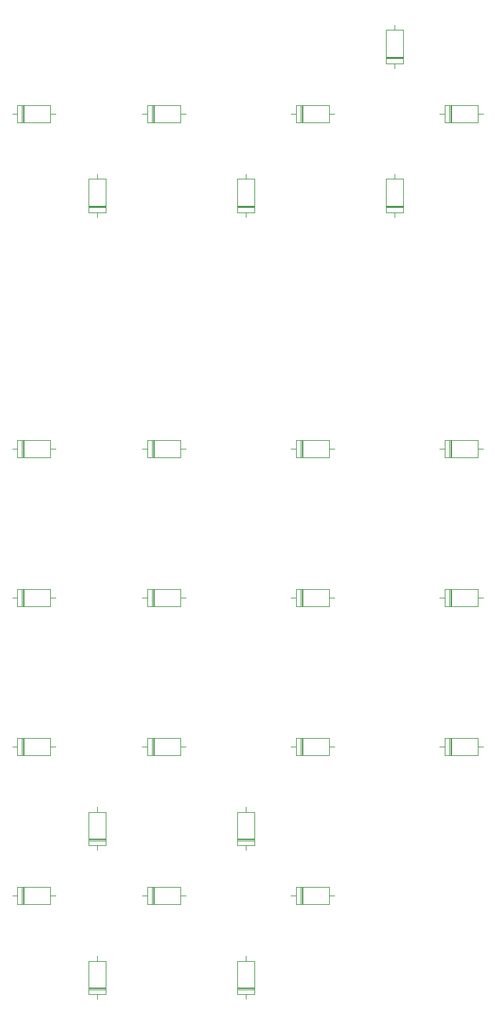
<source format=gbr>
%TF.GenerationSoftware,KiCad,Pcbnew,(7.0.0)*%
%TF.CreationDate,2023-04-04T17:59:29+09:00*%
%TF.ProjectId,fric10key,66726963-3130-46b6-9579-2e6b69636164,rev?*%
%TF.SameCoordinates,Original*%
%TF.FileFunction,Legend,Top*%
%TF.FilePolarity,Positive*%
%FSLAX46Y46*%
G04 Gerber Fmt 4.6, Leading zero omitted, Abs format (unit mm)*
G04 Created by KiCad (PCBNEW (7.0.0)) date 2023-04-04 17:59:29*
%MOMM*%
%LPD*%
G01*
G04 APERTURE LIST*
%ADD10C,0.120000*%
G04 APERTURE END LIST*
D10*
%TO.C,D8*%
X153440000Y-42862500D02*
X154090000Y-42862500D01*
X154090000Y-41742500D02*
X154090000Y-43982500D01*
X154090000Y-43982500D02*
X158330000Y-43982500D01*
X154690000Y-41742500D02*
X154690000Y-43982500D01*
X154810000Y-41742500D02*
X154810000Y-43982500D01*
X154930000Y-41742500D02*
X154930000Y-43982500D01*
X158330000Y-41742500D02*
X154090000Y-41742500D01*
X158330000Y-43982500D02*
X158330000Y-41742500D01*
X158980000Y-42862500D02*
X158330000Y-42862500D01*
%TO.C,D21*%
X98671250Y-142875000D02*
X99321250Y-142875000D01*
X99321250Y-141755000D02*
X99321250Y-143995000D01*
X99321250Y-143995000D02*
X103561250Y-143995000D01*
X99921250Y-141755000D02*
X99921250Y-143995000D01*
X100041250Y-141755000D02*
X100041250Y-143995000D01*
X100161250Y-141755000D02*
X100161250Y-143995000D01*
X103561250Y-141755000D02*
X99321250Y-141755000D01*
X103561250Y-143995000D02*
X103561250Y-141755000D01*
X104211250Y-142875000D02*
X103561250Y-142875000D01*
%TO.C,D6*%
X128587500Y-56110000D02*
X128587500Y-55460000D01*
X127467500Y-55460000D02*
X129707500Y-55460000D01*
X129707500Y-55460000D02*
X129707500Y-51220000D01*
X127467500Y-54860000D02*
X129707500Y-54860000D01*
X127467500Y-54740000D02*
X129707500Y-54740000D01*
X127467500Y-54620000D02*
X129707500Y-54620000D01*
X127467500Y-51220000D02*
X127467500Y-55460000D01*
X129707500Y-51220000D02*
X127467500Y-51220000D01*
X128587500Y-50570000D02*
X128587500Y-51220000D01*
%TO.C,D14*%
X115340000Y-104775000D02*
X115990000Y-104775000D01*
X115990000Y-103655000D02*
X115990000Y-105895000D01*
X115990000Y-105895000D02*
X120230000Y-105895000D01*
X116590000Y-103655000D02*
X116590000Y-105895000D01*
X116710000Y-103655000D02*
X116710000Y-105895000D01*
X116830000Y-103655000D02*
X116830000Y-105895000D01*
X120230000Y-103655000D02*
X115990000Y-103655000D01*
X120230000Y-105895000D02*
X120230000Y-103655000D01*
X120880000Y-104775000D02*
X120230000Y-104775000D01*
%TO.C,D13*%
X98671250Y-104775000D02*
X99321250Y-104775000D01*
X99321250Y-103655000D02*
X99321250Y-105895000D01*
X99321250Y-105895000D02*
X103561250Y-105895000D01*
X99921250Y-103655000D02*
X99921250Y-105895000D01*
X100041250Y-103655000D02*
X100041250Y-105895000D01*
X100161250Y-103655000D02*
X100161250Y-105895000D01*
X103561250Y-103655000D02*
X99321250Y-103655000D01*
X103561250Y-105895000D02*
X103561250Y-103655000D01*
X104211250Y-104775000D02*
X103561250Y-104775000D01*
%TO.C,D7*%
X147637500Y-56110000D02*
X147637500Y-55460000D01*
X146517500Y-55460000D02*
X148757500Y-55460000D01*
X148757500Y-55460000D02*
X148757500Y-51220000D01*
X146517500Y-54860000D02*
X148757500Y-54860000D01*
X146517500Y-54740000D02*
X148757500Y-54740000D01*
X146517500Y-54620000D02*
X148757500Y-54620000D01*
X146517500Y-51220000D02*
X146517500Y-55460000D01*
X148757500Y-51220000D02*
X146517500Y-51220000D01*
X147637500Y-50570000D02*
X147637500Y-51220000D01*
%TO.C,D12*%
X153440000Y-85725000D02*
X154090000Y-85725000D01*
X154090000Y-84605000D02*
X154090000Y-86845000D01*
X154090000Y-86845000D02*
X158330000Y-86845000D01*
X154690000Y-84605000D02*
X154690000Y-86845000D01*
X154810000Y-84605000D02*
X154810000Y-86845000D01*
X154930000Y-84605000D02*
X154930000Y-86845000D01*
X158330000Y-84605000D02*
X154090000Y-84605000D01*
X158330000Y-86845000D02*
X158330000Y-84605000D01*
X158980000Y-85725000D02*
X158330000Y-85725000D01*
%TO.C,D5*%
X109537500Y-56110000D02*
X109537500Y-55460000D01*
X108417500Y-55460000D02*
X110657500Y-55460000D01*
X110657500Y-55460000D02*
X110657500Y-51220000D01*
X108417500Y-54860000D02*
X110657500Y-54860000D01*
X108417500Y-54740000D02*
X110657500Y-54740000D01*
X108417500Y-54620000D02*
X110657500Y-54620000D01*
X108417500Y-51220000D02*
X108417500Y-55460000D01*
X110657500Y-51220000D02*
X108417500Y-51220000D01*
X109537500Y-50570000D02*
X109537500Y-51220000D01*
%TO.C,D1*%
X98671250Y-42862500D02*
X99321250Y-42862500D01*
X99321250Y-41742500D02*
X99321250Y-43982500D01*
X99321250Y-43982500D02*
X103561250Y-43982500D01*
X99921250Y-41742500D02*
X99921250Y-43982500D01*
X100041250Y-41742500D02*
X100041250Y-43982500D01*
X100161250Y-41742500D02*
X100161250Y-43982500D01*
X103561250Y-41742500D02*
X99321250Y-41742500D01*
X103561250Y-43982500D02*
X103561250Y-41742500D01*
X104211250Y-42862500D02*
X103561250Y-42862500D01*
%TO.C,D23*%
X128587500Y-137072500D02*
X128587500Y-136422500D01*
X127467500Y-136422500D02*
X129707500Y-136422500D01*
X129707500Y-136422500D02*
X129707500Y-132182500D01*
X127467500Y-135822500D02*
X129707500Y-135822500D01*
X127467500Y-135702500D02*
X129707500Y-135702500D01*
X127467500Y-135582500D02*
X129707500Y-135582500D01*
X127467500Y-132182500D02*
X127467500Y-136422500D01*
X129707500Y-132182500D02*
X127467500Y-132182500D01*
X128587500Y-131532500D02*
X128587500Y-132182500D01*
%TO.C,D26*%
X128587500Y-156122500D02*
X128587500Y-155472500D01*
X127467500Y-155472500D02*
X129707500Y-155472500D01*
X129707500Y-155472500D02*
X129707500Y-151232500D01*
X127467500Y-154872500D02*
X129707500Y-154872500D01*
X127467500Y-154752500D02*
X129707500Y-154752500D01*
X127467500Y-154632500D02*
X129707500Y-154632500D01*
X127467500Y-151232500D02*
X127467500Y-155472500D01*
X129707500Y-151232500D02*
X127467500Y-151232500D01*
X128587500Y-150582500D02*
X128587500Y-151232500D01*
%TO.C,D24*%
X115340000Y-142875000D02*
X115990000Y-142875000D01*
X115990000Y-141755000D02*
X115990000Y-143995000D01*
X115990000Y-143995000D02*
X120230000Y-143995000D01*
X116590000Y-141755000D02*
X116590000Y-143995000D01*
X116710000Y-141755000D02*
X116710000Y-143995000D01*
X116830000Y-141755000D02*
X116830000Y-143995000D01*
X120230000Y-141755000D02*
X115990000Y-141755000D01*
X120230000Y-143995000D02*
X120230000Y-141755000D01*
X120880000Y-142875000D02*
X120230000Y-142875000D01*
%TO.C,D3*%
X134390000Y-42862500D02*
X135040000Y-42862500D01*
X135040000Y-41742500D02*
X135040000Y-43982500D01*
X135040000Y-43982500D02*
X139280000Y-43982500D01*
X135640000Y-41742500D02*
X135640000Y-43982500D01*
X135760000Y-41742500D02*
X135760000Y-43982500D01*
X135880000Y-41742500D02*
X135880000Y-43982500D01*
X139280000Y-41742500D02*
X135040000Y-41742500D01*
X139280000Y-43982500D02*
X139280000Y-41742500D01*
X139930000Y-42862500D02*
X139280000Y-42862500D01*
%TO.C,D22*%
X109537500Y-137072500D02*
X109537500Y-136422500D01*
X108417500Y-136422500D02*
X110657500Y-136422500D01*
X110657500Y-136422500D02*
X110657500Y-132182500D01*
X108417500Y-135822500D02*
X110657500Y-135822500D01*
X108417500Y-135702500D02*
X110657500Y-135702500D01*
X108417500Y-135582500D02*
X110657500Y-135582500D01*
X108417500Y-132182500D02*
X108417500Y-136422500D01*
X110657500Y-132182500D02*
X108417500Y-132182500D01*
X109537500Y-131532500D02*
X109537500Y-132182500D01*
%TO.C,D11*%
X134390000Y-85725000D02*
X135040000Y-85725000D01*
X135040000Y-84605000D02*
X135040000Y-86845000D01*
X135040000Y-86845000D02*
X139280000Y-86845000D01*
X135640000Y-84605000D02*
X135640000Y-86845000D01*
X135760000Y-84605000D02*
X135760000Y-86845000D01*
X135880000Y-84605000D02*
X135880000Y-86845000D01*
X139280000Y-84605000D02*
X135040000Y-84605000D01*
X139280000Y-86845000D02*
X139280000Y-84605000D01*
X139930000Y-85725000D02*
X139280000Y-85725000D01*
%TO.C,D4*%
X147637500Y-37060000D02*
X147637500Y-36410000D01*
X146517500Y-36410000D02*
X148757500Y-36410000D01*
X148757500Y-36410000D02*
X148757500Y-32170000D01*
X146517500Y-35810000D02*
X148757500Y-35810000D01*
X146517500Y-35690000D02*
X148757500Y-35690000D01*
X146517500Y-35570000D02*
X148757500Y-35570000D01*
X146517500Y-32170000D02*
X146517500Y-36410000D01*
X148757500Y-32170000D02*
X146517500Y-32170000D01*
X147637500Y-31520000D02*
X147637500Y-32170000D01*
%TO.C,D17*%
X98671250Y-123825000D02*
X99321250Y-123825000D01*
X99321250Y-122705000D02*
X99321250Y-124945000D01*
X99321250Y-124945000D02*
X103561250Y-124945000D01*
X99921250Y-122705000D02*
X99921250Y-124945000D01*
X100041250Y-122705000D02*
X100041250Y-124945000D01*
X100161250Y-122705000D02*
X100161250Y-124945000D01*
X103561250Y-122705000D02*
X99321250Y-122705000D01*
X103561250Y-124945000D02*
X103561250Y-122705000D01*
X104211250Y-123825000D02*
X103561250Y-123825000D01*
%TO.C,D20*%
X153440000Y-123825000D02*
X154090000Y-123825000D01*
X154090000Y-122705000D02*
X154090000Y-124945000D01*
X154090000Y-124945000D02*
X158330000Y-124945000D01*
X154690000Y-122705000D02*
X154690000Y-124945000D01*
X154810000Y-122705000D02*
X154810000Y-124945000D01*
X154930000Y-122705000D02*
X154930000Y-124945000D01*
X158330000Y-122705000D02*
X154090000Y-122705000D01*
X158330000Y-124945000D02*
X158330000Y-122705000D01*
X158980000Y-123825000D02*
X158330000Y-123825000D01*
%TO.C,D19*%
X134390000Y-123825000D02*
X135040000Y-123825000D01*
X135040000Y-122705000D02*
X135040000Y-124945000D01*
X135040000Y-124945000D02*
X139280000Y-124945000D01*
X135640000Y-122705000D02*
X135640000Y-124945000D01*
X135760000Y-122705000D02*
X135760000Y-124945000D01*
X135880000Y-122705000D02*
X135880000Y-124945000D01*
X139280000Y-122705000D02*
X135040000Y-122705000D01*
X139280000Y-124945000D02*
X139280000Y-122705000D01*
X139930000Y-123825000D02*
X139280000Y-123825000D01*
%TO.C,D9*%
X98671250Y-85725000D02*
X99321250Y-85725000D01*
X99321250Y-84605000D02*
X99321250Y-86845000D01*
X99321250Y-86845000D02*
X103561250Y-86845000D01*
X99921250Y-84605000D02*
X99921250Y-86845000D01*
X100041250Y-84605000D02*
X100041250Y-86845000D01*
X100161250Y-84605000D02*
X100161250Y-86845000D01*
X103561250Y-84605000D02*
X99321250Y-84605000D01*
X103561250Y-86845000D02*
X103561250Y-84605000D01*
X104211250Y-85725000D02*
X103561250Y-85725000D01*
%TO.C,D25*%
X109537500Y-156122500D02*
X109537500Y-155472500D01*
X108417500Y-155472500D02*
X110657500Y-155472500D01*
X110657500Y-155472500D02*
X110657500Y-151232500D01*
X108417500Y-154872500D02*
X110657500Y-154872500D01*
X108417500Y-154752500D02*
X110657500Y-154752500D01*
X108417500Y-154632500D02*
X110657500Y-154632500D01*
X108417500Y-151232500D02*
X108417500Y-155472500D01*
X110657500Y-151232500D02*
X108417500Y-151232500D01*
X109537500Y-150582500D02*
X109537500Y-151232500D01*
%TO.C,D10*%
X115340000Y-85725000D02*
X115990000Y-85725000D01*
X115990000Y-84605000D02*
X115990000Y-86845000D01*
X115990000Y-86845000D02*
X120230000Y-86845000D01*
X116590000Y-84605000D02*
X116590000Y-86845000D01*
X116710000Y-84605000D02*
X116710000Y-86845000D01*
X116830000Y-84605000D02*
X116830000Y-86845000D01*
X120230000Y-84605000D02*
X115990000Y-84605000D01*
X120230000Y-86845000D02*
X120230000Y-84605000D01*
X120880000Y-85725000D02*
X120230000Y-85725000D01*
%TO.C,D15*%
X134390000Y-104775000D02*
X135040000Y-104775000D01*
X135040000Y-103655000D02*
X135040000Y-105895000D01*
X135040000Y-105895000D02*
X139280000Y-105895000D01*
X135640000Y-103655000D02*
X135640000Y-105895000D01*
X135760000Y-103655000D02*
X135760000Y-105895000D01*
X135880000Y-103655000D02*
X135880000Y-105895000D01*
X139280000Y-103655000D02*
X135040000Y-103655000D01*
X139280000Y-105895000D02*
X139280000Y-103655000D01*
X139930000Y-104775000D02*
X139280000Y-104775000D01*
%TO.C,D27*%
X134390000Y-142875000D02*
X135040000Y-142875000D01*
X135040000Y-141755000D02*
X135040000Y-143995000D01*
X135040000Y-143995000D02*
X139280000Y-143995000D01*
X135640000Y-141755000D02*
X135640000Y-143995000D01*
X135760000Y-141755000D02*
X135760000Y-143995000D01*
X135880000Y-141755000D02*
X135880000Y-143995000D01*
X139280000Y-141755000D02*
X135040000Y-141755000D01*
X139280000Y-143995000D02*
X139280000Y-141755000D01*
X139930000Y-142875000D02*
X139280000Y-142875000D01*
%TO.C,D16*%
X153440000Y-104775000D02*
X154090000Y-104775000D01*
X154090000Y-103655000D02*
X154090000Y-105895000D01*
X154090000Y-105895000D02*
X158330000Y-105895000D01*
X154690000Y-103655000D02*
X154690000Y-105895000D01*
X154810000Y-103655000D02*
X154810000Y-105895000D01*
X154930000Y-103655000D02*
X154930000Y-105895000D01*
X158330000Y-103655000D02*
X154090000Y-103655000D01*
X158330000Y-105895000D02*
X158330000Y-103655000D01*
X158980000Y-104775000D02*
X158330000Y-104775000D01*
%TO.C,D2*%
X115340000Y-42862500D02*
X115990000Y-42862500D01*
X115990000Y-41742500D02*
X115990000Y-43982500D01*
X115990000Y-43982500D02*
X120230000Y-43982500D01*
X116590000Y-41742500D02*
X116590000Y-43982500D01*
X116710000Y-41742500D02*
X116710000Y-43982500D01*
X116830000Y-41742500D02*
X116830000Y-43982500D01*
X120230000Y-41742500D02*
X115990000Y-41742500D01*
X120230000Y-43982500D02*
X120230000Y-41742500D01*
X120880000Y-42862500D02*
X120230000Y-42862500D01*
%TO.C,D18*%
X115340000Y-123825000D02*
X115990000Y-123825000D01*
X115990000Y-122705000D02*
X115990000Y-124945000D01*
X115990000Y-124945000D02*
X120230000Y-124945000D01*
X116590000Y-122705000D02*
X116590000Y-124945000D01*
X116710000Y-122705000D02*
X116710000Y-124945000D01*
X116830000Y-122705000D02*
X116830000Y-124945000D01*
X120230000Y-122705000D02*
X115990000Y-122705000D01*
X120230000Y-124945000D02*
X120230000Y-122705000D01*
X120880000Y-123825000D02*
X120230000Y-123825000D01*
%TD*%
M02*

</source>
